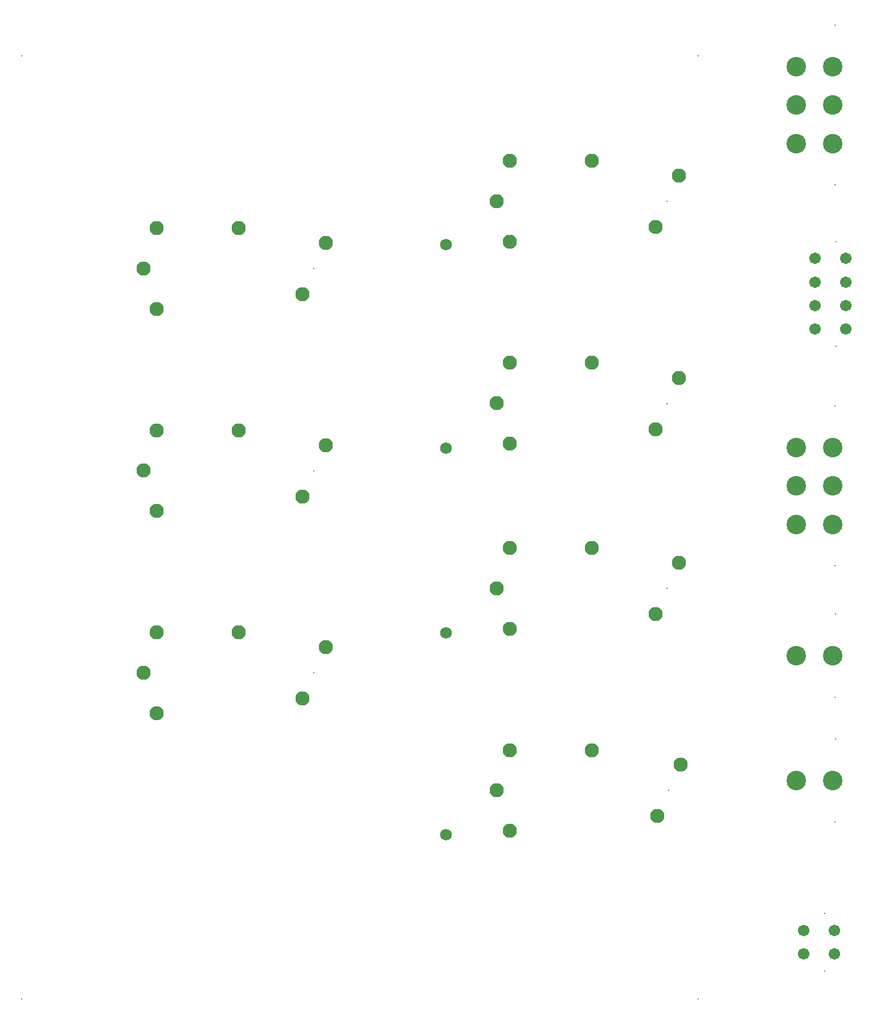
<source format=gbs>
G04 Layer_Color=16711935*
%FSLAX44Y44*%
%MOMM*%
G71*
G01*
G75*
%ADD59C,2.1082*%
%ADD60C,0.2032*%
%ADD61C,2.9032*%
%ADD62C,1.7032*%
%ADD63C,1.7272*%
D59*
X1375000Y1085000D02*
D03*
X1648462Y548354D02*
D03*
X1613918Y472154D02*
D03*
X1611538Y771646D02*
D03*
X1646082Y847846D02*
D03*
X1611538Y1346646D02*
D03*
X1646082Y1422846D02*
D03*
X1086538Y1246646D02*
D03*
X1121082Y1322846D02*
D03*
X1611538Y1046646D02*
D03*
X1646082Y1122846D02*
D03*
X1086538Y646646D02*
D03*
X1121082Y722846D02*
D03*
X1086538Y946646D02*
D03*
X1121082Y1022846D02*
D03*
X1516986Y569944D02*
D03*
X1395066D02*
D03*
Y450056D02*
D03*
X1375000Y510000D02*
D03*
X1516986Y869944D02*
D03*
X1395066D02*
D03*
Y750056D02*
D03*
X1375000Y810000D02*
D03*
X1516986Y1444944D02*
D03*
X1395066D02*
D03*
Y1325056D02*
D03*
X1375000Y1385000D02*
D03*
X991986Y1344944D02*
D03*
X870066D02*
D03*
Y1225056D02*
D03*
X850000Y1285000D02*
D03*
X1516986Y1144944D02*
D03*
X1395066D02*
D03*
Y1025056D02*
D03*
X991986Y744944D02*
D03*
X870066D02*
D03*
Y625056D02*
D03*
X850000Y685000D02*
D03*
X991986Y1044944D02*
D03*
X870066D02*
D03*
Y925056D02*
D03*
X850000Y985000D02*
D03*
D60*
X1878250Y843600D02*
D03*
Y1081000D02*
D03*
Y1409300D02*
D03*
Y1646700D02*
D03*
Y648300D02*
D03*
X1878810Y771700D02*
D03*
X1878250Y463300D02*
D03*
X1878810Y586700D02*
D03*
X1631190Y510254D02*
D03*
X1628810Y809746D02*
D03*
Y1384746D02*
D03*
X1103810Y1284746D02*
D03*
X1628810Y1084746D02*
D03*
X1103810Y684746D02*
D03*
Y984746D02*
D03*
X1880000Y1170060D02*
D03*
Y1325000D02*
D03*
X1675380Y200440D02*
D03*
Y1600440D02*
D03*
X668880D02*
D03*
Y200440D02*
D03*
X1863090Y242260D02*
D03*
Y327260D02*
D03*
D61*
X1820390Y905000D02*
D03*
X1875000D02*
D03*
Y962150D02*
D03*
X1820390D02*
D03*
Y1019300D02*
D03*
X1875000D02*
D03*
X1820390Y1470700D02*
D03*
X1875000D02*
D03*
Y1527850D02*
D03*
X1820390D02*
D03*
Y1585000D02*
D03*
X1875000D02*
D03*
X1820390Y710000D02*
D03*
X1875000D02*
D03*
X1820390Y525000D02*
D03*
X1875000D02*
D03*
D62*
X1894200Y1300060D02*
D03*
X1848480D02*
D03*
Y1264910D02*
D03*
X1894200Y1265060D02*
D03*
Y1230060D02*
D03*
X1848200D02*
D03*
Y1195060D02*
D03*
X1894200D02*
D03*
X1831340Y267260D02*
D03*
Y302260D02*
D03*
X1877060D02*
D03*
Y267260D02*
D03*
D63*
X1300000Y1320320D02*
D03*
Y1018060D02*
D03*
Y444020D02*
D03*
Y743740D02*
D03*
M02*

</source>
